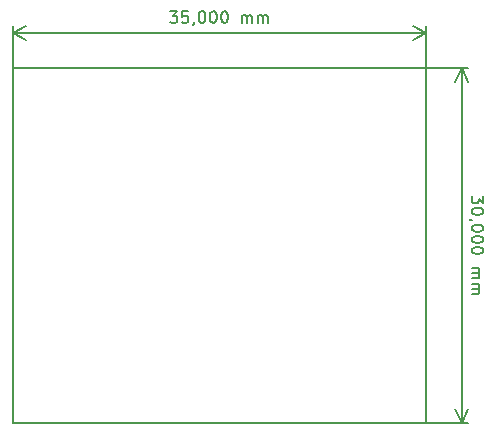
<source format=gbr>
G04 #@! TF.GenerationSoftware,KiCad,Pcbnew,(5.1.10)-1*
G04 #@! TF.CreationDate,2021-06-23T07:40:26+02:00*
G04 #@! TF.ProjectId,inyector-audio,696e7965-6374-46f7-922d-617564696f2e,3.0*
G04 #@! TF.SameCoordinates,Original*
G04 #@! TF.FileFunction,Other,User*
%FSLAX46Y46*%
G04 Gerber Fmt 4.6, Leading zero omitted, Abs format (unit mm)*
G04 Created by KiCad (PCBNEW (5.1.10)-1) date 2021-06-23 07:40:26*
%MOMM*%
%LPD*%
G01*
G04 APERTURE LIST*
G04 #@! TA.AperFunction,Profile*
%ADD10C,0.150000*%
G04 #@! TD*
%ADD11C,0.150000*%
G04 APERTURE END LIST*
D10*
X85000000Y-71000000D02*
X120000000Y-71000000D01*
X85000000Y-101000000D02*
X85000000Y-71000000D01*
X120000000Y-101000000D02*
X85000000Y-101000000D01*
X120000000Y-71000000D02*
X120000000Y-101000000D01*
D11*
X124847619Y-81809523D02*
X124847619Y-82428571D01*
X124466666Y-82095238D01*
X124466666Y-82238095D01*
X124419047Y-82333333D01*
X124371428Y-82380952D01*
X124276190Y-82428571D01*
X124038095Y-82428571D01*
X123942857Y-82380952D01*
X123895238Y-82333333D01*
X123847619Y-82238095D01*
X123847619Y-81952380D01*
X123895238Y-81857142D01*
X123942857Y-81809523D01*
X124847619Y-83047619D02*
X124847619Y-83142857D01*
X124800000Y-83238095D01*
X124752380Y-83285714D01*
X124657142Y-83333333D01*
X124466666Y-83380952D01*
X124228571Y-83380952D01*
X124038095Y-83333333D01*
X123942857Y-83285714D01*
X123895238Y-83238095D01*
X123847619Y-83142857D01*
X123847619Y-83047619D01*
X123895238Y-82952380D01*
X123942857Y-82904761D01*
X124038095Y-82857142D01*
X124228571Y-82809523D01*
X124466666Y-82809523D01*
X124657142Y-82857142D01*
X124752380Y-82904761D01*
X124800000Y-82952380D01*
X124847619Y-83047619D01*
X123895238Y-83857142D02*
X123847619Y-83857142D01*
X123752380Y-83809523D01*
X123704761Y-83761904D01*
X124847619Y-84476190D02*
X124847619Y-84571428D01*
X124800000Y-84666666D01*
X124752380Y-84714285D01*
X124657142Y-84761904D01*
X124466666Y-84809523D01*
X124228571Y-84809523D01*
X124038095Y-84761904D01*
X123942857Y-84714285D01*
X123895238Y-84666666D01*
X123847619Y-84571428D01*
X123847619Y-84476190D01*
X123895238Y-84380952D01*
X123942857Y-84333333D01*
X124038095Y-84285714D01*
X124228571Y-84238095D01*
X124466666Y-84238095D01*
X124657142Y-84285714D01*
X124752380Y-84333333D01*
X124800000Y-84380952D01*
X124847619Y-84476190D01*
X124847619Y-85428571D02*
X124847619Y-85523809D01*
X124800000Y-85619047D01*
X124752380Y-85666666D01*
X124657142Y-85714285D01*
X124466666Y-85761904D01*
X124228571Y-85761904D01*
X124038095Y-85714285D01*
X123942857Y-85666666D01*
X123895238Y-85619047D01*
X123847619Y-85523809D01*
X123847619Y-85428571D01*
X123895238Y-85333333D01*
X123942857Y-85285714D01*
X124038095Y-85238095D01*
X124228571Y-85190476D01*
X124466666Y-85190476D01*
X124657142Y-85238095D01*
X124752380Y-85285714D01*
X124800000Y-85333333D01*
X124847619Y-85428571D01*
X124847619Y-86380952D02*
X124847619Y-86476190D01*
X124800000Y-86571428D01*
X124752380Y-86619047D01*
X124657142Y-86666666D01*
X124466666Y-86714285D01*
X124228571Y-86714285D01*
X124038095Y-86666666D01*
X123942857Y-86619047D01*
X123895238Y-86571428D01*
X123847619Y-86476190D01*
X123847619Y-86380952D01*
X123895238Y-86285714D01*
X123942857Y-86238095D01*
X124038095Y-86190476D01*
X124228571Y-86142857D01*
X124466666Y-86142857D01*
X124657142Y-86190476D01*
X124752380Y-86238095D01*
X124800000Y-86285714D01*
X124847619Y-86380952D01*
X123847619Y-87904761D02*
X124514285Y-87904761D01*
X124419047Y-87904761D02*
X124466666Y-87952380D01*
X124514285Y-88047619D01*
X124514285Y-88190476D01*
X124466666Y-88285714D01*
X124371428Y-88333333D01*
X123847619Y-88333333D01*
X124371428Y-88333333D02*
X124466666Y-88380952D01*
X124514285Y-88476190D01*
X124514285Y-88619047D01*
X124466666Y-88714285D01*
X124371428Y-88761904D01*
X123847619Y-88761904D01*
X123847619Y-89238095D02*
X124514285Y-89238095D01*
X124419047Y-89238095D02*
X124466666Y-89285714D01*
X124514285Y-89380952D01*
X124514285Y-89523809D01*
X124466666Y-89619047D01*
X124371428Y-89666666D01*
X123847619Y-89666666D01*
X124371428Y-89666666D02*
X124466666Y-89714285D01*
X124514285Y-89809523D01*
X124514285Y-89952380D01*
X124466666Y-90047619D01*
X124371428Y-90095238D01*
X123847619Y-90095238D01*
X123000000Y-71000000D02*
X123000000Y-101000000D01*
X120000000Y-71000000D02*
X123586421Y-71000000D01*
X120000000Y-101000000D02*
X123586421Y-101000000D01*
X123000000Y-101000000D02*
X122413579Y-99873496D01*
X123000000Y-101000000D02*
X123586421Y-99873496D01*
X123000000Y-71000000D02*
X122413579Y-72126504D01*
X123000000Y-71000000D02*
X123586421Y-72126504D01*
X98309523Y-66152380D02*
X98928571Y-66152380D01*
X98595238Y-66533333D01*
X98738095Y-66533333D01*
X98833333Y-66580952D01*
X98880952Y-66628571D01*
X98928571Y-66723809D01*
X98928571Y-66961904D01*
X98880952Y-67057142D01*
X98833333Y-67104761D01*
X98738095Y-67152380D01*
X98452380Y-67152380D01*
X98357142Y-67104761D01*
X98309523Y-67057142D01*
X99833333Y-66152380D02*
X99357142Y-66152380D01*
X99309523Y-66628571D01*
X99357142Y-66580952D01*
X99452380Y-66533333D01*
X99690476Y-66533333D01*
X99785714Y-66580952D01*
X99833333Y-66628571D01*
X99880952Y-66723809D01*
X99880952Y-66961904D01*
X99833333Y-67057142D01*
X99785714Y-67104761D01*
X99690476Y-67152380D01*
X99452380Y-67152380D01*
X99357142Y-67104761D01*
X99309523Y-67057142D01*
X100357142Y-67104761D02*
X100357142Y-67152380D01*
X100309523Y-67247619D01*
X100261904Y-67295238D01*
X100976190Y-66152380D02*
X101071428Y-66152380D01*
X101166666Y-66200000D01*
X101214285Y-66247619D01*
X101261904Y-66342857D01*
X101309523Y-66533333D01*
X101309523Y-66771428D01*
X101261904Y-66961904D01*
X101214285Y-67057142D01*
X101166666Y-67104761D01*
X101071428Y-67152380D01*
X100976190Y-67152380D01*
X100880952Y-67104761D01*
X100833333Y-67057142D01*
X100785714Y-66961904D01*
X100738095Y-66771428D01*
X100738095Y-66533333D01*
X100785714Y-66342857D01*
X100833333Y-66247619D01*
X100880952Y-66200000D01*
X100976190Y-66152380D01*
X101928571Y-66152380D02*
X102023809Y-66152380D01*
X102119047Y-66200000D01*
X102166666Y-66247619D01*
X102214285Y-66342857D01*
X102261904Y-66533333D01*
X102261904Y-66771428D01*
X102214285Y-66961904D01*
X102166666Y-67057142D01*
X102119047Y-67104761D01*
X102023809Y-67152380D01*
X101928571Y-67152380D01*
X101833333Y-67104761D01*
X101785714Y-67057142D01*
X101738095Y-66961904D01*
X101690476Y-66771428D01*
X101690476Y-66533333D01*
X101738095Y-66342857D01*
X101785714Y-66247619D01*
X101833333Y-66200000D01*
X101928571Y-66152380D01*
X102880952Y-66152380D02*
X102976190Y-66152380D01*
X103071428Y-66200000D01*
X103119047Y-66247619D01*
X103166666Y-66342857D01*
X103214285Y-66533333D01*
X103214285Y-66771428D01*
X103166666Y-66961904D01*
X103119047Y-67057142D01*
X103071428Y-67104761D01*
X102976190Y-67152380D01*
X102880952Y-67152380D01*
X102785714Y-67104761D01*
X102738095Y-67057142D01*
X102690476Y-66961904D01*
X102642857Y-66771428D01*
X102642857Y-66533333D01*
X102690476Y-66342857D01*
X102738095Y-66247619D01*
X102785714Y-66200000D01*
X102880952Y-66152380D01*
X104404761Y-67152380D02*
X104404761Y-66485714D01*
X104404761Y-66580952D02*
X104452380Y-66533333D01*
X104547619Y-66485714D01*
X104690476Y-66485714D01*
X104785714Y-66533333D01*
X104833333Y-66628571D01*
X104833333Y-67152380D01*
X104833333Y-66628571D02*
X104880952Y-66533333D01*
X104976190Y-66485714D01*
X105119047Y-66485714D01*
X105214285Y-66533333D01*
X105261904Y-66628571D01*
X105261904Y-67152380D01*
X105738095Y-67152380D02*
X105738095Y-66485714D01*
X105738095Y-66580952D02*
X105785714Y-66533333D01*
X105880952Y-66485714D01*
X106023809Y-66485714D01*
X106119047Y-66533333D01*
X106166666Y-66628571D01*
X106166666Y-67152380D01*
X106166666Y-66628571D02*
X106214285Y-66533333D01*
X106309523Y-66485714D01*
X106452380Y-66485714D01*
X106547619Y-66533333D01*
X106595238Y-66628571D01*
X106595238Y-67152380D01*
X85000000Y-68000000D02*
X120000000Y-68000000D01*
X85000000Y-71000000D02*
X85000000Y-67413579D01*
X120000000Y-71000000D02*
X120000000Y-67413579D01*
X120000000Y-68000000D02*
X118873496Y-68586421D01*
X120000000Y-68000000D02*
X118873496Y-67413579D01*
X85000000Y-68000000D02*
X86126504Y-68586421D01*
X85000000Y-68000000D02*
X86126504Y-67413579D01*
M02*

</source>
